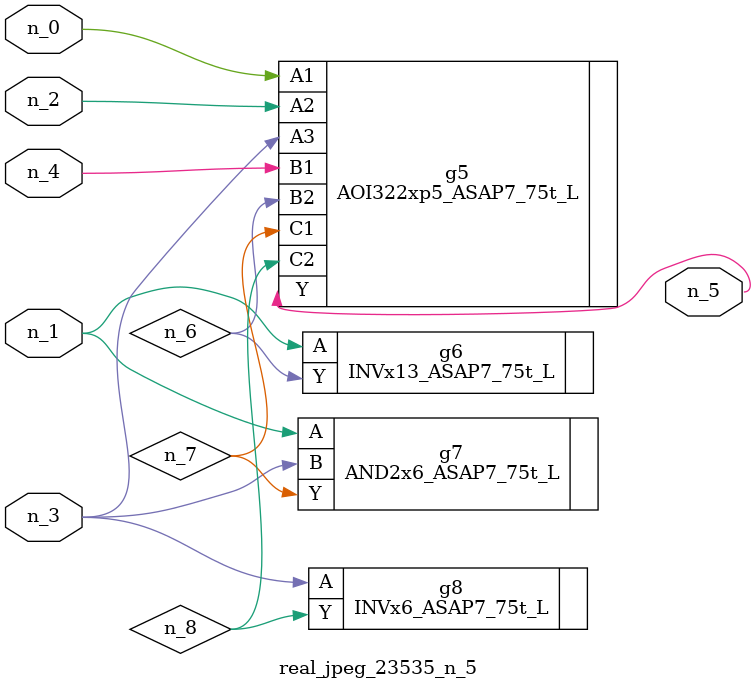
<source format=v>
module real_jpeg_23535_n_5 (n_4, n_0, n_1, n_2, n_3, n_5);

input n_4;
input n_0;
input n_1;
input n_2;
input n_3;

output n_5;

wire n_8;
wire n_6;
wire n_7;

AOI322xp5_ASAP7_75t_L g5 ( 
.A1(n_0),
.A2(n_2),
.A3(n_3),
.B1(n_4),
.B2(n_6),
.C1(n_7),
.C2(n_8),
.Y(n_5)
);

INVx13_ASAP7_75t_L g6 ( 
.A(n_1),
.Y(n_6)
);

AND2x6_ASAP7_75t_L g7 ( 
.A(n_1),
.B(n_3),
.Y(n_7)
);

INVx6_ASAP7_75t_L g8 ( 
.A(n_3),
.Y(n_8)
);


endmodule
</source>
